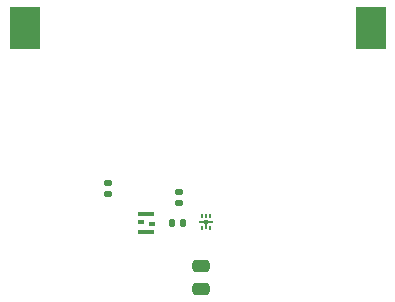
<source format=gtp>
G04 #@! TF.GenerationSoftware,KiCad,Pcbnew,8.0.7-8.0.7-0~ubuntu22.04.1*
G04 #@! TF.CreationDate,2025-01-08T14:25:40-08:00*
G04 #@! TF.ProjectId,RFBackscatterV1,52464261-636b-4736-9361-747465725631,rev?*
G04 #@! TF.SameCoordinates,Original*
G04 #@! TF.FileFunction,Paste,Top*
G04 #@! TF.FilePolarity,Positive*
%FSLAX46Y46*%
G04 Gerber Fmt 4.6, Leading zero omitted, Abs format (unit mm)*
G04 Created by KiCad (PCBNEW 8.0.7-8.0.7-0~ubuntu22.04.1) date 2025-01-08 14:25:40*
%MOMM*%
%LPD*%
G01*
G04 APERTURE LIST*
G04 Aperture macros list*
%AMRoundRect*
0 Rectangle with rounded corners*
0 $1 Rounding radius*
0 $2 $3 $4 $5 $6 $7 $8 $9 X,Y pos of 4 corners*
0 Add a 4 corners polygon primitive as box body*
4,1,4,$2,$3,$4,$5,$6,$7,$8,$9,$2,$3,0*
0 Add four circle primitives for the rounded corners*
1,1,$1+$1,$2,$3*
1,1,$1+$1,$4,$5*
1,1,$1+$1,$6,$7*
1,1,$1+$1,$8,$9*
0 Add four rect primitives between the rounded corners*
20,1,$1+$1,$2,$3,$4,$5,0*
20,1,$1+$1,$4,$5,$6,$7,0*
20,1,$1+$1,$6,$7,$8,$9,0*
20,1,$1+$1,$8,$9,$2,$3,0*%
G04 Aperture macros list end*
%ADD10RoundRect,0.140000X0.170000X-0.140000X0.170000X0.140000X-0.170000X0.140000X-0.170000X-0.140000X0*%
%ADD11R,2.600000X3.600000*%
%ADD12R,1.397000X0.406400*%
%ADD13R,0.508000X0.304800*%
%ADD14RoundRect,0.037500X0.037500X-0.127500X0.037500X0.127500X-0.037500X0.127500X-0.037500X-0.127500X0*%
%ADD15RoundRect,0.037500X0.245000X0.037500X-0.245000X0.037500X-0.245000X-0.037500X0.245000X-0.037500X0*%
%ADD16RoundRect,0.100000X0.100000X-0.100000X0.100000X0.100000X-0.100000X0.100000X-0.100000X-0.100000X0*%
%ADD17RoundRect,0.037500X0.037500X-0.245000X0.037500X0.245000X-0.037500X0.245000X-0.037500X-0.245000X0*%
%ADD18RoundRect,0.250000X-0.475000X0.250000X-0.475000X-0.250000X0.475000X-0.250000X0.475000X0.250000X0*%
%ADD19RoundRect,0.140000X0.140000X0.170000X-0.140000X0.170000X-0.140000X-0.170000X0.140000X-0.170000X0*%
G04 APERTURE END LIST*
D10*
X162300000Y-70620000D03*
X162300000Y-71580000D03*
X156300000Y-69840000D03*
X156300000Y-70800000D03*
D11*
X149250000Y-56750000D03*
X178550000Y-56750000D03*
D12*
X159540000Y-74040002D03*
D13*
X159985999Y-73338976D03*
D12*
X159540000Y-72440000D03*
D13*
X159094001Y-73134001D03*
D14*
X164230000Y-72630000D03*
X164580000Y-72630000D03*
X164930000Y-72630000D03*
X164930000Y-73630000D03*
D15*
X164930000Y-73130000D03*
D16*
X164580000Y-73130000D03*
D15*
X164230000Y-73130000D03*
D17*
X164580000Y-73512500D03*
D14*
X164230000Y-73630000D03*
D18*
X164200000Y-78820000D03*
X164200000Y-76920000D03*
D19*
X162650000Y-73260000D03*
X161690000Y-73260000D03*
M02*

</source>
